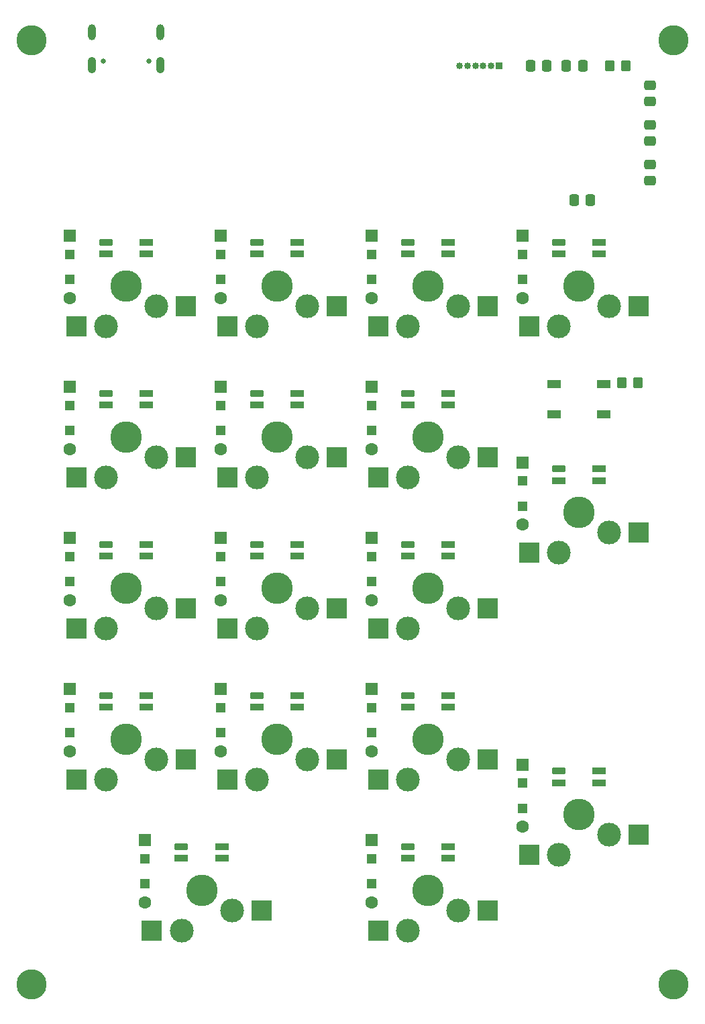
<source format=gbr>
%TF.GenerationSoftware,KiCad,Pcbnew,(6.0.1)*%
%TF.CreationDate,2022-02-23T18:42:09-08:00*%
%TF.ProjectId,Ramen Pad,52616d65-6e20-4506-9164-2e6b69636164,v1.0.0*%
%TF.SameCoordinates,Original*%
%TF.FileFunction,Soldermask,Bot*%
%TF.FilePolarity,Negative*%
%FSLAX46Y46*%
G04 Gerber Fmt 4.6, Leading zero omitted, Abs format (unit mm)*
G04 Created by KiCad (PCBNEW (6.0.1)) date 2022-02-23 18:42:09*
%MOMM*%
%LPD*%
G01*
G04 APERTURE LIST*
G04 Aperture macros list*
%AMRoundRect*
0 Rectangle with rounded corners*
0 $1 Rounding radius*
0 $2 $3 $4 $5 $6 $7 $8 $9 X,Y pos of 4 corners*
0 Add a 4 corners polygon primitive as box body*
4,1,4,$2,$3,$4,$5,$6,$7,$8,$9,$2,$3,0*
0 Add four circle primitives for the rounded corners*
1,1,$1+$1,$2,$3*
1,1,$1+$1,$4,$5*
1,1,$1+$1,$6,$7*
1,1,$1+$1,$8,$9*
0 Add four rect primitives between the rounded corners*
20,1,$1+$1,$2,$3,$4,$5,0*
20,1,$1+$1,$4,$5,$6,$7,0*
20,1,$1+$1,$6,$7,$8,$9,0*
20,1,$1+$1,$8,$9,$2,$3,0*%
G04 Aperture macros list end*
%ADD10C,3.000000*%
%ADD11C,3.987800*%
%ADD12R,2.550000X2.500000*%
%ADD13C,0.650000*%
%ADD14O,1.050000X2.100000*%
%ADD15O,1.000000X2.000000*%
%ADD16C,3.800000*%
%ADD17RoundRect,0.250000X0.350000X0.450000X-0.350000X0.450000X-0.350000X-0.450000X0.350000X-0.450000X0*%
%ADD18R,1.200000X1.200000*%
%ADD19R,1.600000X1.600000*%
%ADD20C,1.600000*%
%ADD21R,1.700000X0.820000*%
%ADD22RoundRect,0.205000X0.645000X0.205000X-0.645000X0.205000X-0.645000X-0.205000X0.645000X-0.205000X0*%
%ADD23RoundRect,0.250000X0.475000X-0.337500X0.475000X0.337500X-0.475000X0.337500X-0.475000X-0.337500X0*%
%ADD24RoundRect,0.250000X0.337500X0.475000X-0.337500X0.475000X-0.337500X-0.475000X0.337500X-0.475000X0*%
%ADD25RoundRect,0.250000X-0.350000X-0.450000X0.350000X-0.450000X0.350000X0.450000X-0.350000X0.450000X0*%
%ADD26R,0.850000X0.850000*%
%ADD27O,0.850000X0.850000*%
%ADD28R,1.700000X1.000000*%
G04 APERTURE END LIST*
D10*
%TO.C,K5*%
X168910000Y-136048700D03*
X175260000Y-133508700D03*
D11*
X171450000Y-130968700D03*
D12*
X179010000Y-133508700D03*
X165160000Y-136048700D03*
%TD*%
D13*
%TO.C,J1*%
X159035000Y-26480000D03*
X164815000Y-26480000D03*
D14*
X166245000Y-26980000D03*
D15*
X166245000Y-22800000D03*
X157605000Y-22800000D03*
D14*
X157605000Y-26980000D03*
%TD*%
D10*
%TO.C,K9*%
X178435000Y-116998700D03*
D11*
X180975000Y-111918700D03*
D10*
X184785000Y-114458700D03*
D12*
X188535000Y-114458700D03*
X174685000Y-116998700D03*
%TD*%
D11*
%TO.C,K12*%
X200025000Y-92868700D03*
D10*
X203835000Y-95408700D03*
X197485000Y-97948700D03*
D12*
X207585000Y-95408700D03*
X193735000Y-97948700D03*
%TD*%
D10*
%TO.C,K16*%
X222885000Y-85883700D03*
D11*
X219075000Y-83343700D03*
D10*
X216535000Y-88423700D03*
D12*
X226635000Y-85883700D03*
X212785000Y-88423700D03*
%TD*%
D16*
%TO.C,*%
X230981250Y-23812500D03*
%TD*%
D10*
%TO.C,K7*%
X178435000Y-78898700D03*
D11*
X180975000Y-73818700D03*
D10*
X184785000Y-76358700D03*
D12*
X188535000Y-76358700D03*
X174685000Y-78898700D03*
%TD*%
D11*
%TO.C,K6*%
X180975000Y-54768700D03*
D10*
X184785000Y-57308700D03*
X178435000Y-59848700D03*
D12*
X188535000Y-57308700D03*
X174685000Y-59848700D03*
%TD*%
D10*
%TO.C,K1*%
X159385000Y-59848700D03*
D11*
X161925000Y-54768700D03*
D10*
X165735000Y-57308700D03*
D12*
X169485000Y-57308700D03*
X155635000Y-59848700D03*
%TD*%
D10*
%TO.C,K13*%
X203835000Y-114458700D03*
X197485000Y-116998700D03*
D11*
X200025000Y-111918700D03*
D12*
X207585000Y-114458700D03*
X193735000Y-116998700D03*
%TD*%
D10*
%TO.C,K2*%
X159385000Y-78898700D03*
D11*
X161925000Y-73818700D03*
D10*
X165735000Y-76358700D03*
D12*
X169485000Y-76358700D03*
X155635000Y-78898700D03*
%TD*%
D10*
%TO.C,K8*%
X178435000Y-97948700D03*
D11*
X180975000Y-92868700D03*
D10*
X184785000Y-95408700D03*
D12*
X188535000Y-95408700D03*
X174685000Y-97948700D03*
%TD*%
D16*
%TO.C,REF\u002A\u002A*%
X150018750Y-23812500D03*
%TD*%
D11*
%TO.C,K3*%
X161925000Y-92868700D03*
D10*
X159385000Y-97948700D03*
X165735000Y-95408700D03*
D12*
X169485000Y-95408700D03*
X155635000Y-97948700D03*
%TD*%
D16*
%TO.C,*%
X230981250Y-142875000D03*
%TD*%
D10*
%TO.C,K17*%
X222885000Y-123983700D03*
X216535000Y-126523700D03*
D11*
X219075000Y-121443700D03*
D12*
X226635000Y-123983700D03*
X212785000Y-126523700D03*
%TD*%
D10*
%TO.C,K11*%
X203835000Y-76358700D03*
D11*
X200025000Y-73818700D03*
D10*
X197485000Y-78898700D03*
D12*
X207585000Y-76358700D03*
X193735000Y-78898700D03*
%TD*%
D11*
%TO.C,K10*%
X200025000Y-54768700D03*
D10*
X197485000Y-59848700D03*
X203835000Y-57308700D03*
D12*
X207585000Y-57308700D03*
X193735000Y-59848700D03*
%TD*%
D10*
%TO.C,K14*%
X197485000Y-136048700D03*
D11*
X200025000Y-130968700D03*
D10*
X203835000Y-133508700D03*
D12*
X207585000Y-133508700D03*
X193735000Y-136048700D03*
%TD*%
D10*
%TO.C,K4*%
X165735000Y-114458750D03*
X159385000Y-116998750D03*
D11*
X161925000Y-111918750D03*
D12*
X169485000Y-114458750D03*
X155635000Y-116998750D03*
%TD*%
D16*
%TO.C,*%
X150018750Y-142875000D03*
%TD*%
D11*
%TO.C,K15*%
X219075000Y-54768700D03*
D10*
X216535000Y-59848700D03*
X222885000Y-57308700D03*
D12*
X226635000Y-57308700D03*
X212785000Y-59848700D03*
%TD*%
D17*
%TO.C,R6*%
X226500000Y-67000000D03*
X224500000Y-67000000D03*
%TD*%
D18*
%TO.C,D12*%
X192881300Y-88912500D03*
D19*
X192881300Y-86587500D03*
D18*
X192881300Y-92062500D03*
D20*
X192881300Y-94387500D03*
%TD*%
D21*
%TO.C,LED12*%
X202575000Y-88856200D03*
X202575000Y-87356200D03*
D22*
X197475000Y-87356200D03*
D21*
X197475000Y-88856200D03*
%TD*%
D19*
%TO.C,D14*%
X192881300Y-124687500D03*
D18*
X192881300Y-127012500D03*
X192881300Y-130162500D03*
D20*
X192881300Y-132487500D03*
%TD*%
D21*
%TO.C,LED3*%
X164475000Y-88856200D03*
X164475000Y-87356200D03*
D22*
X159375000Y-87356200D03*
D21*
X159375000Y-88856200D03*
%TD*%
D23*
%TO.C,C7*%
X228000000Y-41537500D03*
X228000000Y-39462500D03*
%TD*%
D18*
%TO.C,D8*%
X173831300Y-88912500D03*
D19*
X173831300Y-86587500D03*
D18*
X173831300Y-92062500D03*
D20*
X173831300Y-94387500D03*
%TD*%
D18*
%TO.C,D6*%
X173831300Y-50812500D03*
D19*
X173831300Y-48487500D03*
D18*
X173831300Y-53962500D03*
D20*
X173831300Y-56287500D03*
%TD*%
D21*
%TO.C,LED15*%
X221625000Y-50756200D03*
X221625000Y-49256200D03*
D22*
X216525000Y-49256200D03*
D21*
X216525000Y-50756200D03*
%TD*%
%TO.C,LED2*%
X164475000Y-69806200D03*
X164475000Y-68306200D03*
D22*
X159375000Y-68306200D03*
D21*
X159375000Y-69806200D03*
%TD*%
%TO.C,LED13*%
X202575000Y-107906200D03*
X202575000Y-106406200D03*
D22*
X197475000Y-106406200D03*
D21*
X197475000Y-107906200D03*
%TD*%
D19*
%TO.C,D3*%
X154781300Y-86587500D03*
D18*
X154781300Y-88912500D03*
X154781300Y-92062500D03*
D20*
X154781300Y-94387500D03*
%TD*%
D21*
%TO.C,LED4*%
X164475000Y-107906200D03*
X164475000Y-106406200D03*
D22*
X159375000Y-106406200D03*
D21*
X159375000Y-107906200D03*
%TD*%
D24*
%TO.C,C4*%
X219537500Y-27000000D03*
X217462500Y-27000000D03*
%TD*%
D18*
%TO.C,D15*%
X211931300Y-50812500D03*
D19*
X211931300Y-48487500D03*
D18*
X211931300Y-53962500D03*
D20*
X211931300Y-56287500D03*
%TD*%
D19*
%TO.C,D17*%
X211931300Y-115162500D03*
D18*
X211931300Y-117487500D03*
D20*
X211931300Y-122962500D03*
D18*
X211931300Y-120637500D03*
%TD*%
D21*
%TO.C,LED5*%
X174000000Y-126956200D03*
X174000000Y-125456200D03*
D22*
X168900000Y-125456200D03*
D21*
X168900000Y-126956200D03*
%TD*%
%TO.C,LED11*%
X202575000Y-69806200D03*
X202575000Y-68306200D03*
D22*
X197475000Y-68306200D03*
D21*
X197475000Y-69806200D03*
%TD*%
%TO.C,LED17*%
X221625000Y-117431200D03*
X221625000Y-115931200D03*
D22*
X216525000Y-115931200D03*
D21*
X216525000Y-117431200D03*
%TD*%
%TO.C,LED16*%
X221625000Y-79331200D03*
X221625000Y-77831200D03*
D22*
X216525000Y-77831200D03*
D21*
X216525000Y-79331200D03*
%TD*%
%TO.C,LED14*%
X202575000Y-126956200D03*
X202575000Y-125456200D03*
D22*
X197475000Y-125456200D03*
D21*
X197475000Y-126956200D03*
%TD*%
D19*
%TO.C,D13*%
X192881300Y-105637500D03*
D18*
X192881300Y-107962500D03*
X192881300Y-111112500D03*
D20*
X192881300Y-113437500D03*
%TD*%
D25*
%TO.C,R1*%
X223000000Y-27000000D03*
X225000000Y-27000000D03*
%TD*%
D18*
%TO.C,D11*%
X192881300Y-69862500D03*
D19*
X192881300Y-67537500D03*
D20*
X192881300Y-75337500D03*
D18*
X192881300Y-73012500D03*
%TD*%
D26*
%TO.C,P1*%
X209000000Y-27000000D03*
D27*
X208000000Y-27000000D03*
X207000000Y-27000000D03*
X206000000Y-27000000D03*
X205000000Y-27000000D03*
X204000000Y-27000000D03*
%TD*%
D19*
%TO.C,D5*%
X164306300Y-124687500D03*
D18*
X164306300Y-127012500D03*
X164306300Y-130162500D03*
D20*
X164306300Y-132487500D03*
%TD*%
D19*
%TO.C,D9*%
X173831300Y-105637500D03*
D18*
X173831300Y-107962500D03*
X173831300Y-111112500D03*
D20*
X173831300Y-113437500D03*
%TD*%
D24*
%TO.C,C8*%
X220537500Y-44000000D03*
X218462500Y-44000000D03*
%TD*%
D18*
%TO.C,D4*%
X154781300Y-107962500D03*
D19*
X154781300Y-105637500D03*
D20*
X154781300Y-113437500D03*
D18*
X154781300Y-111112500D03*
%TD*%
D23*
%TO.C,C5*%
X228000000Y-31537500D03*
X228000000Y-29462500D03*
%TD*%
D19*
%TO.C,D7*%
X173831300Y-67537500D03*
D18*
X173831300Y-69862500D03*
X173831300Y-73012500D03*
D20*
X173831300Y-75337500D03*
%TD*%
D21*
%TO.C,LED9*%
X183525000Y-107906200D03*
X183525000Y-106406200D03*
D22*
X178425000Y-106406200D03*
D21*
X178425000Y-107906200D03*
%TD*%
%TO.C,LED1*%
X164475000Y-50756200D03*
X164475000Y-49256200D03*
D22*
X159375000Y-49256200D03*
D21*
X159375000Y-50756200D03*
%TD*%
%TO.C,LED8*%
X183525000Y-88856200D03*
X183525000Y-87356200D03*
D22*
X178425000Y-87356200D03*
D21*
X178425000Y-88856200D03*
%TD*%
D19*
%TO.C,D10*%
X192881300Y-48487500D03*
D18*
X192881300Y-50812500D03*
D20*
X192881300Y-56287500D03*
D18*
X192881300Y-53962500D03*
%TD*%
D24*
%TO.C,C3*%
X215037500Y-27000000D03*
X212962500Y-27000000D03*
%TD*%
D23*
%TO.C,C6*%
X228000000Y-36537500D03*
X228000000Y-34462500D03*
%TD*%
D19*
%TO.C,D1*%
X154781300Y-48487500D03*
D18*
X154781300Y-50812500D03*
X154781300Y-53962500D03*
D20*
X154781300Y-56287500D03*
%TD*%
D21*
%TO.C,LED10*%
X202575000Y-50756200D03*
X202575000Y-49256200D03*
D22*
X197475000Y-49256200D03*
D21*
X197475000Y-50756200D03*
%TD*%
D28*
%TO.C,SW1*%
X222225000Y-70956200D03*
X215925000Y-70956200D03*
X222225000Y-67156200D03*
X215925000Y-67156200D03*
%TD*%
D21*
%TO.C,LED7*%
X183525000Y-69806200D03*
X183525000Y-68306200D03*
D22*
X178425000Y-68306200D03*
D21*
X178425000Y-69806200D03*
%TD*%
%TO.C,LED6*%
X183525000Y-50756200D03*
X183525000Y-49256200D03*
D22*
X178425000Y-49256200D03*
D21*
X178425000Y-50756200D03*
%TD*%
D18*
%TO.C,D2*%
X154781300Y-69862500D03*
D19*
X154781300Y-67537500D03*
D20*
X154781300Y-75337500D03*
D18*
X154781300Y-73012500D03*
%TD*%
%TO.C,D16*%
X211931300Y-79387500D03*
D19*
X211931300Y-77062500D03*
D18*
X211931300Y-82537500D03*
D20*
X211931300Y-84862500D03*
%TD*%
M02*

</source>
